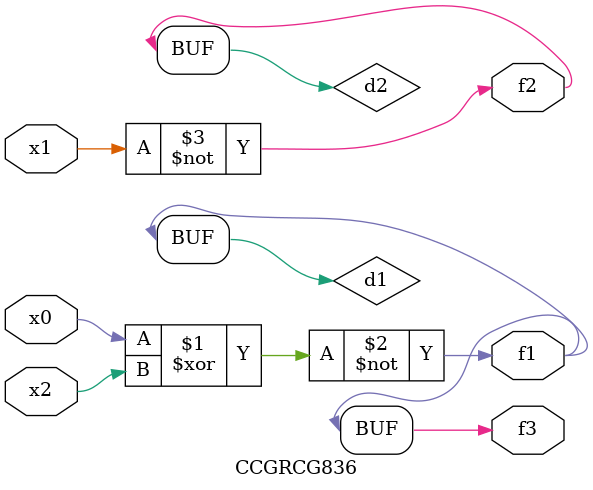
<source format=v>
module CCGRCG836(
	input x0, x1, x2,
	output f1, f2, f3
);

	wire d1, d2, d3;

	xnor (d1, x0, x2);
	nand (d2, x1);
	nor (d3, x1, x2);
	assign f1 = d1;
	assign f2 = d2;
	assign f3 = d1;
endmodule

</source>
